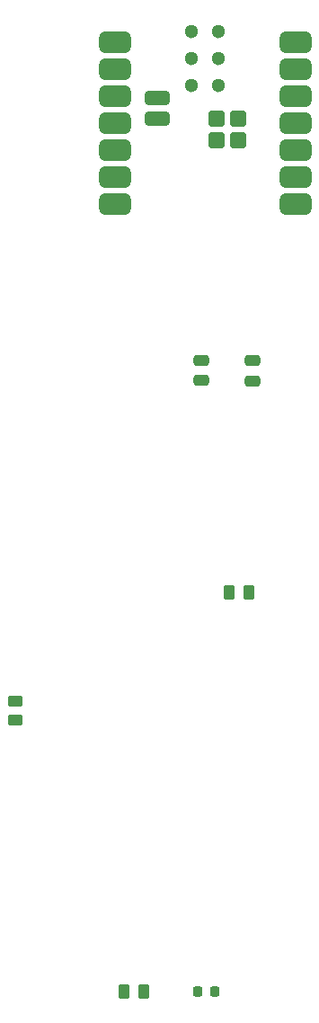
<source format=gbr>
%TF.GenerationSoftware,KiCad,Pcbnew,8.0.8*%
%TF.CreationDate,2025-03-03T09:56:18-08:00*%
%TF.ProjectId,pLUFsPCB,704c5546-7350-4434-922e-6b696361645f,3*%
%TF.SameCoordinates,Original*%
%TF.FileFunction,Paste,Top*%
%TF.FilePolarity,Positive*%
%FSLAX46Y46*%
G04 Gerber Fmt 4.6, Leading zero omitted, Abs format (unit mm)*
G04 Created by KiCad (PCBNEW 8.0.8) date 2025-03-03 09:56:18*
%MOMM*%
%LPD*%
G01*
G04 APERTURE LIST*
G04 Aperture macros list*
%AMRoundRect*
0 Rectangle with rounded corners*
0 $1 Rounding radius*
0 $2 $3 $4 $5 $6 $7 $8 $9 X,Y pos of 4 corners*
0 Add a 4 corners polygon primitive as box body*
4,1,4,$2,$3,$4,$5,$6,$7,$8,$9,$2,$3,0*
0 Add four circle primitives for the rounded corners*
1,1,$1+$1,$2,$3*
1,1,$1+$1,$4,$5*
1,1,$1+$1,$6,$7*
1,1,$1+$1,$8,$9*
0 Add four rect primitives between the rounded corners*
20,1,$1+$1,$2,$3,$4,$5,0*
20,1,$1+$1,$4,$5,$6,$7,0*
20,1,$1+$1,$6,$7,$8,$9,0*
20,1,$1+$1,$8,$9,$2,$3,0*%
G04 Aperture macros list end*
%ADD10RoundRect,0.250000X-0.262500X-0.450000X0.262500X-0.450000X0.262500X0.450000X-0.262500X0.450000X0*%
%ADD11RoundRect,0.250000X-0.475000X0.250000X-0.475000X-0.250000X0.475000X-0.250000X0.475000X0.250000X0*%
%ADD12RoundRect,0.250000X0.450000X-0.262500X0.450000X0.262500X-0.450000X0.262500X-0.450000X-0.262500X0*%
%ADD13RoundRect,0.218750X-0.218750X-0.256250X0.218750X-0.256250X0.218750X0.256250X-0.218750X0.256250X0*%
%ADD14RoundRect,0.250000X-0.500000X-0.500000X0.500000X-0.500000X0.500000X0.500000X-0.500000X0.500000X0*%
%ADD15RoundRect,0.500000X-1.000000X-0.500000X1.000000X-0.500000X1.000000X0.500000X-1.000000X0.500000X0*%
%ADD16RoundRect,0.250000X-0.900000X-0.400000X0.900000X-0.400000X0.900000X0.400000X-0.900000X0.400000X0*%
%ADD17C,1.300000*%
%ADD18RoundRect,0.250000X0.262500X0.450000X-0.262500X0.450000X-0.262500X-0.450000X0.262500X-0.450000X0*%
G04 APERTURE END LIST*
D10*
%TO.C,R3*%
X109577500Y-97282000D03*
X111402500Y-97282000D03*
%TD*%
D11*
%TO.C,C2*%
X111760000Y-75504000D03*
X111760000Y-77404000D03*
%TD*%
D12*
%TO.C,R4*%
X89408000Y-109370500D03*
X89408000Y-107545500D03*
%TD*%
D13*
%TO.C,D1*%
X106654500Y-134874000D03*
X108229500Y-134874000D03*
%TD*%
D11*
%TO.C,C3*%
X106934000Y-75438000D03*
X106934000Y-77338000D03*
%TD*%
D14*
%TO.C,U1*%
X108424000Y-52686000D03*
X108424000Y-54686000D03*
X110424000Y-52686000D03*
X110424000Y-54686000D03*
D15*
X98824000Y-45466000D03*
X98824000Y-48006000D03*
X98824000Y-50546000D03*
X98824000Y-53086000D03*
X98824000Y-55626000D03*
X98824000Y-58166000D03*
X98824000Y-60706000D03*
X115824000Y-60706000D03*
X115824000Y-58166000D03*
X115824000Y-55626000D03*
X115824000Y-53086000D03*
X115824000Y-50546000D03*
X115824000Y-48006000D03*
X115824000Y-45466000D03*
D16*
X102824000Y-52686000D03*
X102824000Y-50786000D03*
D17*
X106054000Y-44466000D03*
X106054000Y-47046000D03*
X106054000Y-49586000D03*
X108594000Y-49586000D03*
X108594000Y-47046000D03*
X108594000Y-44466000D03*
%TD*%
D18*
%TO.C,R2*%
X101496500Y-134874000D03*
X99671500Y-134874000D03*
%TD*%
M02*

</source>
